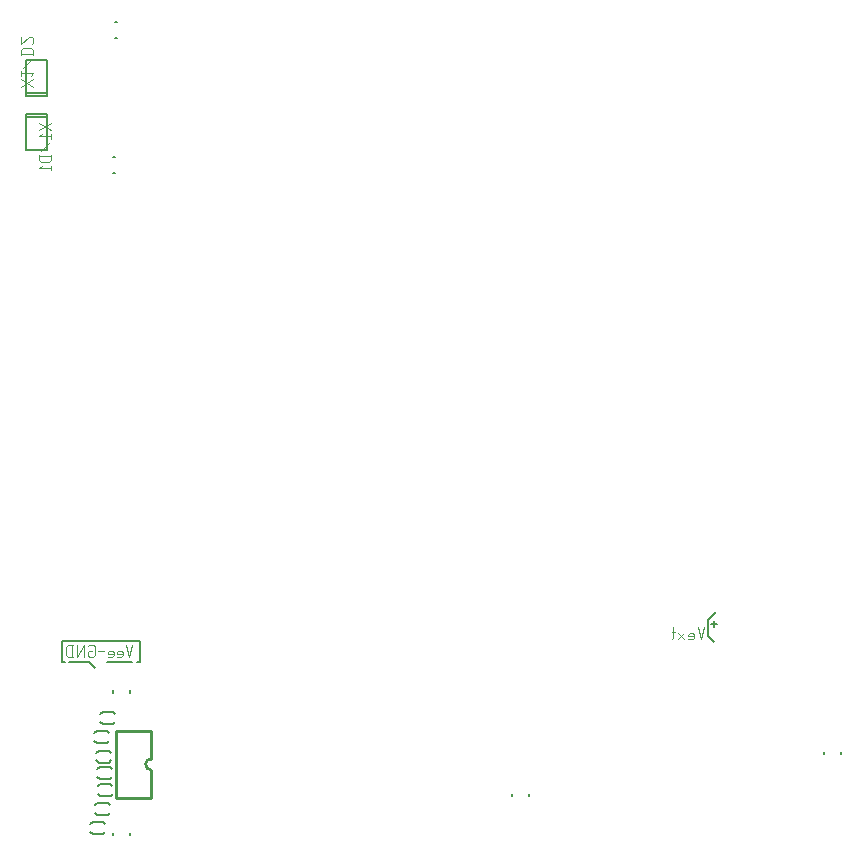
<source format=gbr>
G04 start of page 13 for group -4078 idx -4078 *
G04 Title: (unknown), bottomsilk *
G04 Creator: pcb 4.2.0 *
G04 CreationDate: Sat Jun 20 18:16:57 2020 UTC *
G04 For: commonadmin *
G04 Format: Gerber/RS-274X *
G04 PCB-Dimensions (mil): 4000.00 3500.00 *
G04 PCB-Coordinate-Origin: lower left *
%MOIN*%
%FSLAX25Y25*%
%LNBOTTOMSILK*%
%ADD180C,0.0100*%
%ADD179C,0.0080*%
%ADD178C,0.0038*%
%ADD177C,0.0040*%
%ADD176C,0.0060*%
G54D176*X52000Y83469D02*X45500D01*
X43000D02*X44000D01*
X260500Y96969D02*Y94969D01*
X261500Y95969D02*X259500D01*
X258500Y91969D02*X260500Y89969D01*
X258500Y97469D02*Y91969D01*
X261000Y99969D02*X258500Y97469D01*
X43000Y90469D02*Y83469D01*
X69000D02*X68000D01*
X66500D02*X58000D01*
X43000Y90469D02*X69000D01*
Y83469D01*
X54000Y81469D02*X52000Y83469D01*
G54D177*X257000Y94969D02*X256000Y90969D01*
X255000Y94969D01*
X251800Y90969D02*X253300D01*
X253800Y91469D02*X253300Y90969D01*
X253800Y91469D02*Y92469D01*
X253300Y92969D01*
X252300D02*X253300D01*
X252300D02*X251800Y92469D01*
Y91969D02*X253800D01*
X251800D02*Y92469D01*
X250600Y92969D02*X248600Y90969D01*
X250600D02*X248600Y92969D01*
X246900Y91469D02*Y94969D01*
Y91469D02*X246400Y90969D01*
Y93469D02*X247400D01*
G54D178*X66500Y88999D02*X65530Y85119D01*
X64560Y88999D01*
X61456Y85119D02*X62911D01*
X63396Y85604D02*X62911Y85119D01*
X63396Y85604D02*Y86574D01*
X62911Y87059D01*
X61941D02*X62911D01*
X61941D02*X61456Y86574D01*
Y86089D02*X63396D01*
X61456D02*Y86574D01*
X58352Y85119D02*X59807D01*
X60292Y85604D02*X59807Y85119D01*
X60292Y85604D02*Y86574D01*
X59807Y87059D01*
X58837D02*X59807D01*
X58837D02*X58352Y86574D01*
Y86089D02*X60292D01*
X58352D02*Y86574D01*
X55248Y87059D02*X57188D01*
X52144Y88999D02*X51659Y88514D01*
X52144Y88999D02*X53599D01*
X54084Y88514D02*X53599Y88999D01*
X54084Y85604D02*Y88514D01*
Y85604D02*X53599Y85119D01*
X52144D02*X53599D01*
X52144D02*X51659Y85604D01*
Y86574D01*
X52144Y87059D02*X51659Y86574D01*
X52144Y87059D02*X53114D01*
X50495Y85119D02*Y88999D01*
X48070Y85119D01*
Y88999D01*
X46421Y85119D02*Y88999D01*
X45160D02*X44481Y88320D01*
Y85798D02*Y88320D01*
X45160Y85119D02*X44481Y85798D01*
X45160Y85119D02*X46906D01*
X45160Y88999D02*X46906D01*
G54D179*X302755Y53436D02*Y52650D01*
X297245Y53436D02*Y52650D01*
X60150Y246214D02*X60936D01*
X60150Y251724D02*X60936D01*
X60650Y291214D02*X61436D01*
X60650Y296724D02*X61436D01*
X31000Y266000D02*X38000D01*
Y254000D01*
X31000D02*X38000D01*
X31000Y266000D02*Y254000D01*
Y265000D02*X38000D01*
X31000Y272000D02*X38000D01*
X31000Y284000D02*Y272000D01*
Y284000D02*X38000D01*
Y272000D01*
X31000Y273000D02*X38000D01*
X65755Y73862D02*Y73076D01*
X60245Y73862D02*Y73076D01*
G54D176*X54900Y32300D02*X54100Y33100D01*
X54900Y32300D02*X58400D01*
X59100Y33000D02*X58400Y32300D01*
X58300Y36300D02*X59000Y35600D01*
X54800Y36300D02*X58300D01*
X54100Y35600D02*X54800Y36300D01*
G54D180*X72900Y47300D02*Y38100D01*
Y60400D02*Y51100D01*
X61100Y60400D02*X72900D01*
X61100D02*Y38100D01*
X72900D01*
Y51100D02*G75*G03X72900Y47300I0J-1900D01*G01*
G54D176*X55850Y38600D02*X55050Y39400D01*
X55850Y38600D02*X59350D01*
X60050Y39300D02*X59350Y38600D01*
X59250Y42600D02*X59950Y41900D01*
X55750Y42600D02*X59250D01*
X55050Y41900D02*X55750Y42600D01*
X53400Y25900D02*X52600Y26700D01*
X53400Y25900D02*X56900D01*
X57600Y26600D02*X56900Y25900D01*
X56800Y29900D02*X57500Y29200D01*
X53300Y29900D02*X56800D01*
X52600Y29200D02*X53300Y29900D01*
G54D179*X60245Y26319D02*Y25533D01*
X65755Y26319D02*Y25533D01*
G54D176*X56750Y62600D02*X55950Y63400D01*
X56750Y62600D02*X60250D01*
X60950Y63300D02*X60250Y62600D01*
X60150Y66600D02*X60850Y65900D01*
X56650Y66600D02*X60150D01*
X55950Y65900D02*X56650Y66600D01*
X54750Y56300D02*X53950Y57100D01*
X54750Y56300D02*X58250D01*
X58950Y57000D02*X58250Y56300D01*
X58150Y60300D02*X58850Y59600D01*
X54650Y60300D02*X58150D01*
X53950Y59600D02*X54650Y60300D01*
X55400Y49800D02*X54600Y50600D01*
X55400Y49800D02*X58900D01*
X59600Y50500D02*X58900Y49800D01*
X58800Y53800D02*X59500Y53100D01*
X55300Y53800D02*X58800D01*
X54600Y53100D02*X55300Y53800D01*
X55750Y44300D02*X54950Y45100D01*
X55750Y44300D02*X59250D01*
X59950Y45000D02*X59250Y44300D01*
X59150Y48300D02*X59850Y47600D01*
X55650Y48300D02*X59150D01*
X54950Y47600D02*X55650Y48300D01*
G54D179*X198755Y39350D02*Y38564D01*
X193245Y39350D02*Y38564D01*
G54D177*X39500Y263000D02*X35500Y260500D01*
Y263000D02*X39500Y260500D01*
X36300Y259300D02*X35500Y258500D01*
X39500D01*
Y257800D02*Y259300D01*
X39000Y256600D02*X36000Y253600D01*
X35500Y251900D02*X39500D01*
X35500Y250600D02*X36200Y249900D01*
X38800D01*
X39500Y250600D02*X38800Y249900D01*
X39500Y250600D02*Y252400D01*
X35500Y250600D02*Y252400D01*
X36300Y248700D02*X35500Y247900D01*
X39500D01*
Y247200D02*Y248700D01*
X29500Y275000D02*X33500Y277500D01*
Y275000D02*X29500Y277500D01*
X32700Y278700D02*X33500Y279500D01*
X29500D02*X33500D01*
X29500Y278700D02*Y280200D01*
X30000Y281400D02*X33000Y284400D01*
X29500Y286100D02*X33500D01*
Y287400D02*X32800Y288100D01*
X30200D02*X32800D01*
X29500Y287400D02*X30200Y288100D01*
X29500Y285600D02*Y287400D01*
X33500Y285600D02*Y287400D01*
X33000Y289300D02*X33500Y289800D01*
Y291300D01*
X33000Y291800D01*
X32000D02*X33000D01*
X29500Y289300D02*X32000Y291800D01*
X29500Y289300D02*Y291800D01*
M02*

</source>
